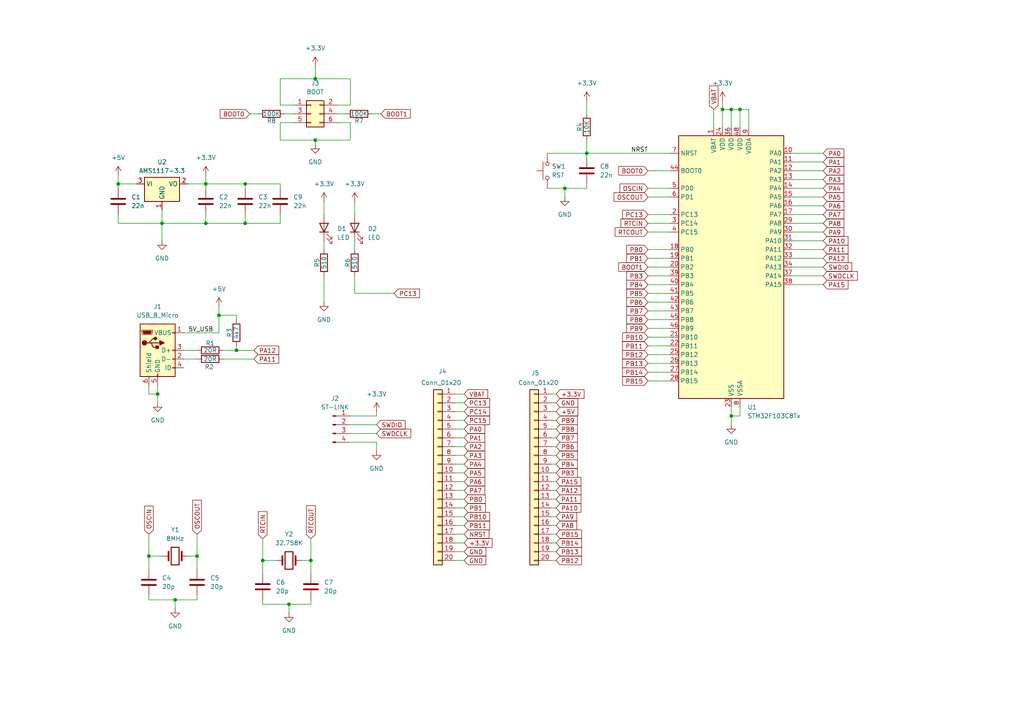
<source format=kicad_sch>
(kicad_sch (version 20250114) (generator "eeschema") (generator_version "9.0")
  (paper "A4")
  (lib_symbols
    (symbol "Connector:Conn_01x04_Pin" (pin_names (offset 1.016) (hide yes))
      (property "Reference" "J" (at 0 5.08 0))
      (property "Value" "Conn_01x04_Pin" (at 0 -7.62 0))
      (symbol "Conn_01x04_Pin_1_1"
        (rectangle (start 0.8636 2.667) (end 0 2.413) (stroke (width 0.1524)) (fill (type outline)))
        (rectangle (start 0.8636 0.127) (end 0 -0.127) (stroke (width 0.1524)) (fill (type outline)))
        (rectangle (start 0.8636 -2.413) (end 0 -2.667) (stroke (width 0.1524)) (fill (type outline)))
        (rectangle (start 0.8636 -4.953) (end 0 -5.207) (stroke (width 0.1524)) (fill (type outline)))
        (polyline (pts (xy 1.27 2.54) (xy 0.8636 2.54)) (stroke (width 0.1524)))
        (polyline (pts (xy 1.27 0) (xy 0.8636 0)) (stroke (width 0.1524)))
        (polyline (pts (xy 1.27 -2.54) (xy 0.8636 -2.54)) (stroke (width 0.1524)))
        (polyline (pts (xy 1.27 -5.08) (xy 0.8636 -5.08)) (stroke (width 0.1524)))
        (pin passive line (at 5.08 2.54 180) (length 3.81) (name "Pin_1") (number "1"))
        (pin passive line (at 5.08 0 180) (length 3.81) (name "Pin_2") (number "2"))
        (pin passive line (at 5.08 -2.54 180) (length 3.81) (name "Pin_3") (number "3"))
        (pin passive line (at 5.08 -5.08 180) (length 3.81) (name "Pin_4") (number "4"))
      )
    )
    (symbol "Connector:USB_B_Micro" (pin_names (offset 1.016))
      (property "Reference" "J" (at -5.08 11.43 0))
      (property "Value" "USB_B_Micro" (at -5.08 8.89 0))
      (symbol "USB_B_Micro_0_1"
        (rectangle (start -5.08 -7.62) (end 5.08 7.62) (stroke (width 0.254)) (fill (type background)))
        (polyline (pts (xy -4.699 5.842) (xy -4.699 5.588) (xy -4.445 4.826) (xy -4.445 4.572) (xy -1.651 4.572) (xy -1.651 4.826) (xy -1.397 5.588) (xy -1.397 5.842) (xy -4.699 5.842)))
        (polyline (pts (xy -4.318 5.588) (xy -1.778 5.588) (xy -2.032 4.826) (xy -4.064 4.826) (xy -4.318 5.588)) (fill (type outline)))
        (circle (center -3.81 2.159) (radius 0.635) (stroke (width 0.254)) (fill (type outline)))
        (polyline (pts (xy -3.175 2.159) (xy -2.54 2.159) (xy -1.27 3.429) (xy -0.635 3.429)) (stroke (width 0.254)))
        (polyline (pts (xy -2.54 2.159) (xy -1.905 2.159) (xy -1.27 0.889) (xy 0 0.889)) (stroke (width 0.254)))
        (polyline (pts (xy -1.905 2.159) (xy 0.635 2.159)) (stroke (width 0.254)))
        (circle (center -0.635 3.429) (radius 0.381) (stroke (width 0.254)) (fill (type outline)))
        (rectangle (start -0.127 -7.62) (end 0.127 -6.858))
        (rectangle (start 0.254 1.27) (end -0.508 0.508) (stroke (width 0.254)) (fill (type outline)))
        (polyline (pts (xy 0.635 2.794) (xy 0.635 1.524) (xy 1.905 2.159) (xy 0.635 2.794)) (stroke (width 0.254)) (fill (type outline)))
        (rectangle (start 5.08 4.953) (end 4.318 5.207))
        (rectangle (start 5.08 -0.127) (end 4.318 0.127))
        (rectangle (start 5.08 -2.667) (end 4.318 -2.413))
        (rectangle (start 5.08 -5.207) (end 4.318 -4.953))
      )
      (symbol "USB_B_Micro_1_1"
        (pin passive line (at -2.54 -10.16 90) (length 2.54) (name "Shield") (number "6"))
        (pin power_out line (at 0 -10.16 90) (length 2.54) (name "GND") (number "5"))
        (pin power_out line (at 7.62 5.08 180) (length 2.54) (name "VBUS") (number "1"))
        (pin bidirectional line (at 7.62 0 180) (length 2.54) (name "D+") (number "3"))
        (pin bidirectional line (at 7.62 -2.54 180) (length 2.54) (name "D-") (number "2"))
        (pin passive line (at 7.62 -5.08 180) (length 2.54) (name "ID") (number "4"))
      )
    )
    (symbol "Connector_Generic:Conn_01x20" (pin_names (offset 1.016) (hide yes))
      (property "Reference" "J" (at 0 25.4 0))
      (property "Value" "Conn_01x20" (at 0 -27.94 0))
      (symbol "Conn_01x20_1_1"
        (rectangle (start -1.27 24.13) (end 1.27 -26.67) (stroke (width 0.254)) (fill (type background)))
        (rectangle (start -1.27 22.987) (end 0 22.733) (stroke (width 0.1524)))
        (rectangle (start -1.27 20.447) (end 0 20.193) (stroke (width 0.1524)))
        (rectangle (start -1.27 17.907) (end 0 17.653) (stroke (width 0.1524)))
        (rectangle (start -1.27 15.367) (end 0 15.113) (stroke (width 0.1524)))
        (rectangle (start -1.27 12.827) (end 0 12.573) (stroke (width 0.1524)))
        (rectangle (start -1.27 10.287) (end 0 10.033) (stroke (width 0.1524)))
        (rectangle (start -1.27 7.747) (end 0 7.493) (stroke (width 0.1524)))
        (rectangle (start -1.27 5.207) (end 0 4.953) (stroke (width 0.1524)))
        (rectangle (start -1.27 2.667) (end 0 2.413) (stroke (width 0.1524)))
        (rectangle (start -1.27 0.127) (end 0 -0.127) (stroke (width 0.1524)))
        (rectangle (start -1.27 -2.413) (end 0 -2.667) (stroke (width 0.1524)))
        (rectangle (start -1.27 -4.953) (end 0 -5.207) (stroke (width 0.1524)))
        (rectangle (start -1.27 -7.493) (end 0 -7.747) (stroke (width 0.1524)))
        (rectangle (start -1.27 -10.033) (end 0 -10.287) (stroke (width 0.1524)))
        (rectangle (start -1.27 -12.573) (end 0 -12.827) (stroke (width 0.1524)))
        (rectangle (start -1.27 -15.113) (end 0 -15.367) (stroke (width 0.1524)))
        (rectangle (start -1.27 -17.653) (end 0 -17.907) (stroke (width 0.1524)))
        (rectangle (start -1.27 -20.193) (end 0 -20.447) (stroke (width 0.1524)))
        (rectangle (start -1.27 -22.733) (end 0 -22.987) (stroke (width 0.1524)))
        (rectangle (start -1.27 -25.273) (end 0 -25.527) (stroke (width 0.1524)))
        (pin passive line (at -5.08 22.86 0) (length 3.81) (name "Pin_1") (number "1"))
        (pin passive line (at -5.08 20.32 0) (length 3.81) (name "Pin_2") (number "2"))
        (pin passive line (at -5.08 17.78 0) (length 3.81) (name "Pin_3") (number "3"))
        (pin passive line (at -5.08 15.24 0) (length 3.81) (name "Pin_4") (number "4"))
        (pin passive line (at -5.08 12.7 0) (length 3.81) (name "Pin_5") (number "5"))
        (pin passive line (at -5.08 10.16 0) (length 3.81) (name "Pin_6") (number "6"))
        (pin passive line (at -5.08 7.62 0) (length 3.81) (name "Pin_7") (number "7"))
        (pin passive line (at -5.08 5.08 0) (length 3.81) (name "Pin_8") (number "8"))
        (pin passive line (at -5.08 2.54 0) (length 3.81) (name "Pin_9") (number "9"))
        (pin passive line (at -5.08 0 0) (length 3.81) (name "Pin_10") (number "10"))
        (pin passive line (at -5.08 -2.54 0) (length 3.81) (name "Pin_11") (number "11"))
        (pin passive line (at -5.08 -5.08 0) (length 3.81) (name "Pin_12") (number "12"))
        (pin passive line (at -5.08 -7.62 0) (length 3.81) (name "Pin_13") (number "13"))
        (pin passive line (at -5.08 -10.16 0) (length 3.81) (name "Pin_14") (number "14"))
        (pin passive line (at -5.08 -12.7 0) (length 3.81) (name "Pin_15") (number "15"))
        (pin passive line (at -5.08 -15.24 0) (length 3.81) (name "Pin_16") (number "16"))
        (pin passive line (at -5.08 -17.78 0) (length 3.81) (name "Pin_17") (number "17"))
        (pin passive line (at -5.08 -20.32 0) (length 3.81) (name "Pin_18") (number "18"))
        (pin passive line (at -5.08 -22.86 0) (length 3.81) (name "Pin_19") (number "19"))
        (pin passive line (at -5.08 -25.4 0) (length 3.81) (name "Pin_20") (number "20"))
      )
    )
    (symbol "Connector_Generic:Conn_02x03_Odd_Even" (pin_names (offset 1.016) (hide yes))
      (property "Reference" "J" (at 1.27 5.08 0))
      (property "Value" "Conn_02x03_Odd_Even" (at 1.27 -5.08 0))
      (symbol "Conn_02x03_Odd_Even_1_1"
        (rectangle (start -1.27 3.81) (end 3.81 -3.81) (stroke (width 0.254)) (fill (type background)))
        (rectangle (start -1.27 2.667) (end 0 2.413) (stroke (width 0.1524)))
        (rectangle (start -1.27 0.127) (end 0 -0.127) (stroke (width 0.1524)))
        (rectangle (start -1.27 -2.413) (end 0 -2.667) (stroke (width 0.1524)))
        (rectangle (start 3.81 2.667) (end 2.54 2.413) (stroke (width 0.1524)))
        (rectangle (start 3.81 0.127) (end 2.54 -0.127) (stroke (width 0.1524)))
        (rectangle (start 3.81 -2.413) (end 2.54 -2.667) (stroke (width 0.1524)))
        (pin passive line (at -5.08 2.54 0) (length 3.81) (name "Pin_1") (number "1"))
        (pin passive line (at -5.08 0 0) (length 3.81) (name "Pin_3") (number "3"))
        (pin passive line (at -5.08 -2.54 0) (length 3.81) (name "Pin_5") (number "5"))
        (pin passive line (at 7.62 2.54 180) (length 3.81) (name "Pin_2") (number "2"))
        (pin passive line (at 7.62 0 180) (length 3.81) (name "Pin_4") (number "4"))
        (pin passive line (at 7.62 -2.54 180) (length 3.81) (name "Pin_6") (number "6"))
      )
    )
    (symbol "Device:C" (pin_numbers (hide yes)) (pin_names (offset 0.254))
      (property "Reference" "C" (at 0.635 2.54 0))
      (property "Value" "C" (at 0.635 -2.54 0))
      (symbol "C_0_1"
        (polyline (pts (xy -2.032 0.762) (xy 2.032 0.762)) (stroke (width 0.508)))
        (polyline (pts (xy -2.032 -0.762) (xy 2.032 -0.762)) (stroke (width 0.508)))
      )
      (symbol "C_1_1"
        (pin passive line (at 0 3.81 270) (length 2.794) (name "~") (number "1"))
        (pin passive line (at 0 -3.81 90) (length 2.794) (name "~") (number "2"))
      )
    )
    (symbol "Device:Crystal" (pin_numbers (hide yes)) (pin_names (offset 1.016) (hide yes))
      (property "Reference" "Y" (at 0 3.81 0))
      (property "Value" "Crystal" (at 0 -3.81 0))
      (symbol "Crystal_0_1"
        (polyline (pts (xy -2.54 0) (xy -1.905 0)))
        (polyline (pts (xy -1.905 -1.27) (xy -1.905 1.27)) (stroke (width 0.508)))
        (rectangle (start -1.143 2.54) (end 1.143 -2.54) (stroke (width 0.3048)))
        (polyline (pts (xy 1.905 -1.27) (xy 1.905 1.27)) (stroke (width 0.508)))
        (polyline (pts (xy 2.54 0) (xy 1.905 0)))
      )
      (symbol "Crystal_1_1"
        (pin passive line (at -3.81 0 0) (length 1.27) (name "1") (number "1"))
        (pin passive line (at 3.81 0 180) (length 1.27) (name "2") (number "2"))
      )
    )
    (symbol "Device:LED" (pin_numbers (hide yes)) (pin_names (offset 1.016) (hide yes))
      (property "Reference" "D" (at 0 2.54 0))
      (property "Value" "LED" (at 0 -2.54 0))
      (symbol "LED_0_1"
        (polyline (pts (xy -3.048 -0.762) (xy -4.572 -2.286) (xy -3.81 -2.286) (xy -4.572 -2.286) (xy -4.572 -1.524)))
        (polyline (pts (xy -1.778 -0.762) (xy -3.302 -2.286) (xy -2.54 -2.286) (xy -3.302 -2.286) (xy -3.302 -1.524)))
        (polyline (pts (xy -1.27 0) (xy 1.27 0)))
        (polyline (pts (xy -1.27 -1.27) (xy -1.27 1.27)) (stroke (width 0.254)))
        (polyline (pts (xy 1.27 -1.27) (xy 1.27 1.27) (xy -1.27 0) (xy 1.27 -1.27)) (stroke (width 0.254)))
      )
      (symbol "LED_1_1"
        (pin passive line (at -3.81 0 0) (length 2.54) (name "K") (number "1"))
        (pin passive line (at 3.81 0 180) (length 2.54) (name "A") (number "2"))
      )
    )
    (symbol "Device:R" (pin_numbers (hide yes)) (pin_names (offset 0))
      (property "Reference" "R" (at 2.032 0 90))
      (property "Value" "R" (at 0 0 90))
      (symbol "R_0_1"
        (rectangle (start -1.016 -2.54) (end 1.016 2.54) (stroke (width 0.254)))
      )
      (symbol "R_1_1"
        (pin passive line (at 0 3.81 270) (length 1.27) (name "~") (number "1"))
        (pin passive line (at 0 -3.81 90) (length 1.27) (name "~") (number "2"))
      )
    )
    (symbol "MCU_ST_STM32F1:STM32F103C8Tx"
      (property "Reference" "U" (at -15.24 39.37 0))
      (property "Value" "STM32F103C8Tx" (at 7.62 39.37 0))
      (symbol "STM32F103C8Tx_0_1"
        (rectangle (start -15.24 -38.1) (end 15.24 38.1) (stroke (width 0.254)) (fill (type background)))
      )
      (symbol "STM32F103C8Tx_1_1"
        (pin input line (at -17.78 33.02 0) (length 2.54) (name "NRST") (number "7"))
        (pin input line (at -17.78 27.94 0) (length 2.54) (name "BOOT0") (number "44"))
        (pin bidirectional line (at -17.78 22.86 0) (length 2.54) (name "PD0") (number "5"))
        (pin bidirectional line (at -17.78 20.32 0) (length 2.54) (name "PD1") (number "6"))
        (pin bidirectional line (at -17.78 15.24 0) (length 2.54) (name "PC13") (number "2"))
        (pin bidirectional line (at -17.78 12.7 0) (length 2.54) (name "PC14") (number "3"))
        (pin bidirectional line (at -17.78 10.16 0) (length 2.54) (name "PC15") (number "4"))
        (pin bidirectional line (at -17.78 5.08 0) (length 2.54) (name "PB0") (number "18"))
        (pin bidirectional line (at -17.78 2.54 0) (length 2.54) (name "PB1") (number "19"))
        (pin bidirectional line (at -17.78 0 0) (length 2.54) (name "PB2") (number "20"))
        (pin bidirectional line (at -17.78 -2.54 0) (length 2.54) (name "PB3") (number "39"))
        (pin bidirectional line (at -17.78 -5.08 0) (length 2.54) (name "PB4") (number "40"))
        (pin bidirectional line (at -17.78 -7.62 0) (length 2.54) (name "PB5") (number "41"))
        (pin bidirectional line (at -17.78 -10.16 0) (length 2.54) (name "PB6") (number "42"))
        (pin bidirectional line (at -17.78 -12.7 0) (length 2.54) (name "PB7") (number "43"))
        (pin bidirectional line (at -17.78 -15.24 0) (length 2.54) (name "PB8") (number "45"))
        (pin bidirectional line (at -17.78 -17.78 0) (length 2.54) (name "PB9") (number "46"))
        (pin bidirectional line (at -17.78 -20.32 0) (length 2.54) (name "PB10") (number "21"))
        (pin bidirectional line (at -17.78 -22.86 0) (length 2.54) (name "PB11") (number "22"))
        (pin bidirectional line (at -17.78 -25.4 0) (length 2.54) (name "PB12") (number "25"))
        (pin bidirectional line (at -17.78 -27.94 0) (length 2.54) (name "PB13") (number "26"))
        (pin bidirectional line (at -17.78 -30.48 0) (length 2.54) (name "PB14") (number "27"))
        (pin bidirectional line (at -17.78 -33.02 0) (length 2.54) (name "PB15") (number "28"))
        (pin power_in line (at -5.08 40.64 270) (length 2.54) (name "VBAT") (number "1"))
        (pin power_in line (at -2.54 40.64 270) (length 2.54) (name "VDD") (number "24"))
        (pin power_in line (at 0 40.64 270) (length 2.54) (name "VDD") (number "36"))
        (pin power_in line (at 0 -40.64 90) (length 2.54) (name "VSS") (number "23"))
        (pin passive line (at 0 -40.64 90) (length 2.54) (hide yes) (name "VSS") (number "35"))
        (pin passive line (at 0 -40.64 90) (length 2.54) (hide yes) (name "VSS") (number "47"))
        (pin power_in line (at 2.54 40.64 270) (length 2.54) (name "VDD") (number "48"))
        (pin power_in line (at 2.54 -40.64 90) (length 2.54) (name "VSSA") (number "8"))
        (pin power_in line (at 5.08 40.64 270) (length 2.54) (name "VDDA") (number "9"))
        (pin bidirectional line (at 17.78 33.02 180) (length 2.54) (name "PA0") (number "10"))
        (pin bidirectional line (at 17.78 30.48 180) (length 2.54) (name "PA1") (number "11"))
        (pin bidirectional line (at 17.78 27.94 180) (length 2.54) (name "PA2") (number "12"))
        (pin bidirectional line (at 17.78 25.4 180) (length 2.54) (name "PA3") (number "13"))
        (pin bidirectional line (at 17.78 22.86 180) (length 2.54) (name "PA4") (number "14"))
        (pin bidirectional line (at 17.78 20.32 180) (length 2.54) (name "PA5") (number "15"))
        (pin bidirectional line (at 17.78 17.78 180) (length 2.54) (name "PA6") (number "16"))
        (pin bidirectional line (at 17.78 15.24 180) (length 2.54) (name "PA7") (number "17"))
        (pin bidirectional line (at 17.78 12.7 180) (length 2.54) (name "PA8") (number "29"))
        (pin bidirectional line (at 17.78 10.16 180) (length 2.54) (name "PA9") (number "30"))
        (pin bidirectional line (at 17.78 7.62 180) (length 2.54) (name "PA10") (number "31"))
        (pin bidirectional line (at 17.78 5.08 180) (length 2.54) (name "PA11") (number "32"))
        (pin bidirectional line (at 17.78 2.54 180) (length 2.54) (name "PA12") (number "33"))
        (pin bidirectional line (at 17.78 0 180) (length 2.54) (name "PA13") (number "34"))
        (pin bidirectional line (at 17.78 -2.54 180) (length 2.54) (name "PA14") (number "37"))
        (pin bidirectional line (at 17.78 -5.08 180) (length 2.54) (name "PA15") (number "38"))
      )
    )
    (symbol "Regulator_Linear:AMS1117-3.3"
      (property "Reference" "U" (at -3.81 3.175 0))
      (property "Value" "AMS1117-3.3" (at 0 3.175 0))
      (symbol "AMS1117-3.3_0_1"
        (rectangle (start -5.08 -5.08) (end 5.08 1.905) (stroke (width 0.254)) (fill (type background)))
      )
      (symbol "AMS1117-3.3_1_1"
        (pin power_in line (at -7.62 0 0) (length 2.54) (name "VI") (number "3"))
        (pin power_in line (at 0 -7.62 90) (length 2.54) (name "GND") (number "1"))
        (pin power_out line (at 7.62 0 180) (length 2.54) (name "VO") (number "2"))
      )
    )
    (symbol "Switch:SW_Push" (pin_numbers (hide yes)) (pin_names (offset 1.016) (hide yes))
      (property "Reference" "SW" (at 1.27 2.54 0))
      (property "Value" "SW_Push" (at 0 -1.524 0))
      (symbol "SW_Push_0_1"
        (circle (center -2.032 0) (radius 0.508))
        (polyline (pts (xy 0 1.27) (xy 0 3.048)))
        (circle (center 2.032 0) (radius 0.508))
        (polyline (pts (xy 2.54 1.27) (xy -2.54 1.27)))
        (pin passive line (at -5.08 0 0) (length 2.54) (name "1") (number "1"))
        (pin passive line (at 5.08 0 180) (length 2.54) (name "2") (number "2"))
      )
    )
    (symbol "power:+3.3V" (power) (pin_numbers (hide yes)) (pin_names (offset 0) (hide yes))
      (property "Value" "+3.3V" (at 0 3.556 0))
      (symbol "+3.3V_0_1"
        (polyline (pts (xy -0.762 1.27) (xy 0 2.54)))
        (polyline (pts (xy 0 2.54) (xy 0.762 1.27)))
        (polyline (pts (xy 0 0) (xy 0 2.54)))
      )
      (symbol "+3.3V_1_1"
        (pin power_in line (at 0 0 90) (length 0) (name "~") (number "1"))
      )
    )
    (symbol "power:+5V" (power) (pin_numbers (hide yes)) (pin_names (offset 0) (hide yes))
      (property "Value" "+5V" (at 0 3.556 0))
      (symbol "+5V_0_1"
        (polyline (pts (xy -0.762 1.27) (xy 0 2.54)))
        (polyline (pts (xy 0 2.54) (xy 0.762 1.27)))
        (polyline (pts (xy 0 0) (xy 0 2.54)))
      )
      (symbol "+5V_1_1"
        (pin power_in line (at 0 0 90) (length 0) (name "~") (number "1"))
      )
    )
    (symbol "power:GND" (power) (pin_numbers (hide yes)) (pin_names (offset 0) (hide yes))
      (property "Value" "GND" (at 0 -3.81 0))
      (symbol "GND_0_1"
        (polyline (pts (xy 0 0) (xy 0 -1.27) (xy 1.27 -1.27) (xy 0 -2.54) (xy -1.27 -1.27) (xy 0 -1.27)))
      )
      (symbol "GND_1_1"
        (pin power_in line (at 0 0 270) (length 0) (name "~") (number "1"))
      )
    )
  )
  (junction (at 71.12 53.34))
  (junction (at 170.18 44.45))
  (junction (at 76.2 162.56))
  (junction (at 68.58 101.6))
  (junction (at 63.5 91.44))
  (junction (at 57.15 161.29))
  (junction (at 90.17 162.56))
  (junction (at 212.09 120.65))
  (junction (at 59.69 53.34))
  (junction (at 91.44 22.86))
  (junction (at 34.29 53.34))
  (junction (at 214.63 31.75))
  (junction (at 209.55 31.75))
  (junction (at 91.44 40.64))
  (junction (at 83.82 175.26))
  (junction (at 212.09 31.75))
  (junction (at 163.83 54.61))
  (junction (at 46.99 64.77))
  (junction (at 71.12 64.77))
  (junction (at 59.69 64.77))
  (junction (at 50.8 173.99))
  (junction (at 43.18 161.29))
  (junction (at 45.72 114.3))
  (wire (pts (xy 68.58 101.6) (xy 64.77 101.6)))
  (wire (pts (xy 34.29 64.77) (xy 46.99 64.77)))
  (wire (pts (xy 71.12 53.34) (xy 59.69 53.34)))
  (wire (pts (xy 212.09 120.65) (xy 212.09 123.19)))
  (wire (pts (xy 187.96 57.15) (xy 194.31 57.15)))
  (wire (pts (xy 53.34 96.52) (xy 63.5 96.52)))
  (wire (pts (xy 160.02 144.78) (xy 161.29 144.78)))
  (wire (pts (xy 158.75 44.45) (xy 170.18 44.45)))
  (wire (pts (xy 101.6 30.48) (xy 101.6 22.86)))
  (wire (pts (xy 160.02 124.46) (xy 161.29 124.46)))
  (wire (pts (xy 93.98 69.85) (xy 93.98 72.39)))
  (wire (pts (xy 132.08 162.56) (xy 134.62 162.56)))
  (wire (pts (xy 90.17 175.26) (xy 83.82 175.26)))
  (wire (pts (xy 229.87 52.07) (xy 238.76 52.07)))
  (wire (pts (xy 212.09 31.75) (xy 212.09 36.83)))
  (wire (pts (xy 229.87 44.45) (xy 238.76 44.45)))
  (wire (pts (xy 187.96 95.25) (xy 194.31 95.25)))
  (wire (pts (xy 229.87 77.47) (xy 238.76 77.47)))
  (wire (pts (xy 187.96 87.63) (xy 194.31 87.63)))
  (wire (pts (xy 132.08 149.86) (xy 134.62 149.86)))
  (wire (pts (xy 90.17 173.99) (xy 90.17 175.26)))
  (wire (pts (xy 43.18 161.29) (xy 46.99 161.29)))
  (wire (pts (xy 229.87 54.61) (xy 238.76 54.61)))
  (wire (pts (xy 160.02 132.08) (xy 161.29 132.08)))
  (wire (pts (xy 170.18 29.21) (xy 170.18 33.02)))
  (wire (pts (xy 97.79 30.48) (xy 101.6 30.48)))
  (wire (pts (xy 158.75 54.61) (xy 163.83 54.61)))
  (wire (pts (xy 90.17 166.37) (xy 90.17 162.56)))
  (wire (pts (xy 160.02 137.16) (xy 161.29 137.16)))
  (wire (pts (xy 102.87 85.09) (xy 114.3 85.09)))
  (wire (pts (xy 160.02 134.62) (xy 161.29 134.62)))
  (wire (pts (xy 187.96 85.09) (xy 194.31 85.09)))
  (wire (pts (xy 57.15 165.1) (xy 57.15 161.29)))
  (wire (pts (xy 132.08 137.16) (xy 134.62 137.16)))
  (wire (pts (xy 214.63 31.75) (xy 214.63 36.83)))
  (wire (pts (xy 43.18 154.94) (xy 43.18 161.29)))
  (wire (pts (xy 68.58 100.33) (xy 68.58 101.6)))
  (wire (pts (xy 109.22 128.27) (xy 101.6 128.27)))
  (wire (pts (xy 160.02 147.32) (xy 161.29 147.32)))
  (wire (pts (xy 59.69 53.34) (xy 59.69 54.61)))
  (wire (pts (xy 217.17 31.75) (xy 217.17 36.83)))
  (wire (pts (xy 50.8 173.99) (xy 43.18 173.99)))
  (wire (pts (xy 57.15 154.94) (xy 57.15 161.29)))
  (wire (pts (xy 229.87 62.23) (xy 238.76 62.23)))
  (wire (pts (xy 43.18 173.99) (xy 43.18 172.72)))
  (wire (pts (xy 160.02 119.38) (xy 161.29 119.38)))
  (wire (pts (xy 229.87 49.53) (xy 238.76 49.53)))
  (wire (pts (xy 187.96 100.33) (xy 194.31 100.33)))
  (wire (pts (xy 59.69 62.23) (xy 59.69 64.77)))
  (wire (pts (xy 132.08 119.38) (xy 134.62 119.38)))
  (wire (pts (xy 68.58 91.44) (xy 63.5 91.44)))
  (wire (pts (xy 160.02 154.94) (xy 161.29 154.94)))
  (wire (pts (xy 43.18 111.76) (xy 43.18 114.3)))
  (wire (pts (xy 132.08 129.54) (xy 134.62 129.54)))
  (wire (pts (xy 132.08 124.46) (xy 134.62 124.46)))
  (wire (pts (xy 207.01 31.75) (xy 207.01 36.83)))
  (wire (pts (xy 187.96 62.23) (xy 194.31 62.23)))
  (wire (pts (xy 160.02 116.84) (xy 161.29 116.84)))
  (wire (pts (xy 71.12 53.34) (xy 81.28 53.34)))
  (wire (pts (xy 57.15 161.29) (xy 54.61 161.29)))
  (wire (pts (xy 187.96 97.79) (xy 194.31 97.79)))
  (wire (pts (xy 187.96 110.49) (xy 194.31 110.49)))
  (wire (pts (xy 160.02 142.24) (xy 161.29 142.24)))
  (wire (pts (xy 53.34 104.14) (xy 57.15 104.14)))
  (wire (pts (xy 97.79 35.56) (xy 101.6 35.56)))
  (wire (pts (xy 109.22 130.81) (xy 109.22 128.27)))
  (wire (pts (xy 83.82 175.26) (xy 83.82 177.8)))
  (wire (pts (xy 72.39 33.02) (xy 74.93 33.02)))
  (wire (pts (xy 194.31 44.45) (xy 170.18 44.45)))
  (wire (pts (xy 63.5 91.44) (xy 63.5 96.52)))
  (wire (pts (xy 64.77 104.14) (xy 73.66 104.14)))
  (wire (pts (xy 229.87 67.31) (xy 238.76 67.31)))
  (wire (pts (xy 39.37 53.34) (xy 34.29 53.34)))
  (wire (pts (xy 187.96 102.87) (xy 194.31 102.87)))
  (wire (pts (xy 214.63 31.75) (xy 217.17 31.75)))
  (wire (pts (xy 187.96 105.41) (xy 194.31 105.41)))
  (wire (pts (xy 101.6 40.64) (xy 91.44 40.64)))
  (wire (pts (xy 71.12 54.61) (xy 71.12 53.34)))
  (wire (pts (xy 101.6 123.19) (xy 109.22 123.19)))
  (wire (pts (xy 71.12 62.23) (xy 71.12 64.77)))
  (wire (pts (xy 93.98 80.01) (xy 93.98 87.63)))
  (wire (pts (xy 187.96 107.95) (xy 194.31 107.95)))
  (wire (pts (xy 160.02 129.54) (xy 161.29 129.54)))
  (wire (pts (xy 46.99 64.77) (xy 46.99 60.96)))
  (wire (pts (xy 82.55 33.02) (xy 85.09 33.02)))
  (wire (pts (xy 101.6 120.65) (xy 109.22 120.65)))
  (wire (pts (xy 90.17 162.56) (xy 87.63 162.56)))
  (wire (pts (xy 187.96 67.31) (xy 194.31 67.31)))
  (wire (pts (xy 76.2 175.26) (xy 76.2 173.99)))
  (wire (pts (xy 91.44 22.86) (xy 81.28 22.86)))
  (wire (pts (xy 53.34 101.6) (xy 57.15 101.6)))
  (wire (pts (xy 160.02 152.4) (xy 161.29 152.4)))
  (wire (pts (xy 71.12 64.77) (xy 81.28 64.77)))
  (wire (pts (xy 132.08 152.4) (xy 134.62 152.4)))
  (wire (pts (xy 102.87 69.85) (xy 102.87 72.39)))
  (wire (pts (xy 187.96 49.53) (xy 194.31 49.53)))
  (wire (pts (xy 229.87 46.99) (xy 238.76 46.99)))
  (wire (pts (xy 59.69 50.8) (xy 59.69 53.34)))
  (wire (pts (xy 160.02 127) (xy 161.29 127)))
  (wire (pts (xy 209.55 36.83) (xy 209.55 31.75)))
  (wire (pts (xy 102.87 58.42) (xy 102.87 62.23)))
  (wire (pts (xy 34.29 62.23) (xy 34.29 64.77)))
  (wire (pts (xy 81.28 62.23) (xy 81.28 64.77)))
  (wire (pts (xy 91.44 40.64) (xy 91.44 41.91)))
  (wire (pts (xy 187.96 77.47) (xy 194.31 77.47)))
  (wire (pts (xy 68.58 92.71) (xy 68.58 91.44)))
  (wire (pts (xy 97.79 33.02) (xy 100.33 33.02)))
  (wire (pts (xy 132.08 127) (xy 134.62 127)))
  (wire (pts (xy 229.87 69.85) (xy 238.76 69.85)))
  (wire (pts (xy 170.18 44.45) (xy 170.18 40.64)))
  (wire (pts (xy 214.63 120.65) (xy 212.09 120.65)))
  (wire (pts (xy 46.99 69.85) (xy 46.99 64.77)))
  (wire (pts (xy 229.87 82.55) (xy 238.76 82.55)))
  (wire (pts (xy 229.87 74.93) (xy 238.76 74.93)))
  (wire (pts (xy 132.08 147.32) (xy 134.62 147.32)))
  (wire (pts (xy 71.12 64.77) (xy 59.69 64.77)))
  (wire (pts (xy 50.8 173.99) (xy 50.8 176.53)))
  (wire (pts (xy 132.08 160.02) (xy 134.62 160.02)))
  (wire (pts (xy 214.63 118.11) (xy 214.63 120.65)))
  (wire (pts (xy 107.95 33.02) (xy 110.49 33.02)))
  (wire (pts (xy 54.61 53.34) (xy 59.69 53.34)))
  (wire (pts (xy 101.6 125.73) (xy 109.22 125.73)))
  (wire (pts (xy 91.44 19.05) (xy 91.44 22.86)))
  (wire (pts (xy 209.55 29.21) (xy 209.55 31.75)))
  (wire (pts (xy 76.2 166.37) (xy 76.2 162.56)))
  (wire (pts (xy 212.09 31.75) (xy 214.63 31.75)))
  (wire (pts (xy 68.58 101.6) (xy 73.66 101.6)))
  (wire (pts (xy 160.02 162.56) (xy 161.29 162.56)))
  (wire (pts (xy 187.96 80.01) (xy 194.31 80.01)))
  (wire (pts (xy 132.08 144.78) (xy 134.62 144.78)))
  (wire (pts (xy 132.08 142.24) (xy 134.62 142.24)))
  (wire (pts (xy 101.6 35.56) (xy 101.6 40.64)))
  (wire (pts (xy 229.87 64.77) (xy 238.76 64.77)))
  (wire (pts (xy 160.02 160.02) (xy 161.29 160.02)))
  (wire (pts (xy 229.87 57.15) (xy 238.76 57.15)))
  (wire (pts (xy 209.55 31.75) (xy 212.09 31.75)))
  (wire (pts (xy 187.96 92.71) (xy 194.31 92.71)))
  (wire (pts (xy 229.87 59.69) (xy 238.76 59.69)))
  (wire (pts (xy 34.29 53.34) (xy 34.29 54.61)))
  (wire (pts (xy 46.99 64.77) (xy 59.69 64.77)))
  (wire (pts (xy 229.87 80.01) (xy 238.76 80.01)))
  (wire (pts (xy 76.2 156.21) (xy 76.2 162.56)))
  (wire (pts (xy 101.6 22.86) (xy 91.44 22.86)))
  (wire (pts (xy 81.28 35.56) (xy 85.09 35.56)))
  (wire (pts (xy 132.08 139.7) (xy 134.62 139.7)))
  (wire (pts (xy 57.15 172.72) (xy 57.15 173.99)))
  (wire (pts (xy 45.72 114.3) (xy 45.72 116.84)))
  (wire (pts (xy 187.96 90.17) (xy 194.31 90.17)))
  (wire (pts (xy 170.18 44.45) (xy 170.18 45.72)))
  (wire (pts (xy 34.29 50.8) (xy 34.29 53.34)))
  (wire (pts (xy 90.17 156.21) (xy 90.17 162.56)))
  (wire (pts (xy 160.02 149.86) (xy 161.29 149.86)))
  (wire (pts (xy 160.02 114.3) (xy 161.29 114.3)))
  (wire (pts (xy 81.28 22.86) (xy 81.28 30.48)))
  (wire (pts (xy 109.22 119.38) (xy 109.22 120.65)))
  (wire (pts (xy 132.08 121.92) (xy 134.62 121.92)))
  (wire (pts (xy 132.08 134.62) (xy 134.62 134.62)))
  (wire (pts (xy 132.08 154.94) (xy 134.62 154.94)))
  (wire (pts (xy 91.44 40.64) (xy 81.28 40.64)))
  (wire (pts (xy 132.08 116.84) (xy 134.62 116.84)))
  (wire (pts (xy 102.87 80.01) (xy 102.87 85.09)))
  (wire (pts (xy 83.82 175.26) (xy 76.2 175.26)))
  (wire (pts (xy 187.96 82.55) (xy 194.31 82.55)))
  (wire (pts (xy 187.96 72.39) (xy 194.31 72.39)))
  (wire (pts (xy 81.28 40.64) (xy 81.28 35.56)))
  (wire (pts (xy 81.28 54.61) (xy 81.28 53.34)))
  (wire (pts (xy 160.02 157.48) (xy 161.29 157.48)))
  (wire (pts (xy 163.83 54.61) (xy 163.83 57.15)))
  (wire (pts (xy 187.96 64.77) (xy 194.31 64.77)))
  (wire (pts (xy 81.28 30.48) (xy 85.09 30.48)))
  (wire (pts (xy 163.83 54.61) (xy 170.18 54.61)))
  (wire (pts (xy 43.18 114.3) (xy 45.72 114.3)))
  (wire (pts (xy 187.96 74.93) (xy 194.31 74.93)))
  (wire (pts (xy 229.87 72.39) (xy 238.76 72.39)))
  (wire (pts (xy 160.02 121.92) (xy 161.29 121.92)))
  (wire (pts (xy 170.18 54.61) (xy 170.18 53.34)))
  (wire (pts (xy 212.09 118.11) (xy 212.09 120.65)))
  (wire (pts (xy 76.2 162.56) (xy 80.01 162.56)))
  (wire (pts (xy 45.72 111.76) (xy 45.72 114.3)))
  (wire (pts (xy 187.96 54.61) (xy 194.31 54.61)))
  (wire (pts (xy 132.08 132.08) (xy 134.62 132.08)))
  (wire (pts (xy 43.18 165.1) (xy 43.18 161.29)))
  (wire (pts (xy 132.08 157.48) (xy 134.62 157.48)))
  (wire (pts (xy 160.02 139.7) (xy 161.29 139.7)))
  (wire (pts (xy 132.08 114.3) (xy 134.62 114.3)))
  (wire (pts (xy 57.15 173.99) (xy 50.8 173.99)))
  (wire (pts (xy 93.98 58.42) (xy 93.98 62.23)))
  (wire (pts (xy 63.5 88.9) (xy 63.5 91.44)))
  (label "5V_USB" (at 54.61 96.52 0))
  (label "NRST" (at 187.96 44.45 180))
  (global_label "PB4" (shape input) (at 161.29 134.62 0) (property "Intersheetrefs" "${INTERSHEET_REFS}" (effects (hide yes))))
  (global_label "PA1" (shape input) (at 238.76 46.99 0) (property "Intersheetrefs" "${INTERSHEET_REFS}" (effects (hide yes))))
  (global_label "PB12" (shape input) (at 161.29 162.56 0) (property "Intersheetrefs" "${INTERSHEET_REFS}" (effects (hide yes))))
  (global_label "PB0" (shape input) (at 187.96 72.39 180) (property "Intersheetrefs" "${INTERSHEET_REFS}" (effects (hide yes))))
  (global_label "+5V" (shape input) (at 161.29 119.38 0) (property "Intersheetrefs" "${INTERSHEET_REFS}" (effects (hide yes))))
  (global_label "SWDCLK" (shape input) (at 109.22 125.73 0) (property "Intersheetrefs" "${INTERSHEET_REFS}" (effects (hide yes))))
  (global_label "BOOT1" (shape input) (at 187.96 77.47 180) (property "Intersheetrefs" "${INTERSHEET_REFS}" (effects (hide yes))))
  (global_label "PA12" (shape input) (at 73.66 101.6 0) (property "Intersheetrefs" "${INTERSHEET_REFS}" (effects (hide yes))))
  (global_label "PA4" (shape input) (at 238.76 54.61 0) (property "Intersheetrefs" "${INTERSHEET_REFS}" (effects (hide yes))))
  (global_label "PA5" (shape input) (at 134.62 137.16 0) (property "Intersheetrefs" "${INTERSHEET_REFS}" (effects (hide yes))))
  (global_label "VBAT" (shape input) (at 134.62 114.3 0) (property "Intersheetrefs" "${INTERSHEET_REFS}" (effects (hide yes))))
  (global_label "PA5" (shape input) (at 238.76 57.15 0) (property "Intersheetrefs" "${INTERSHEET_REFS}" (effects (hide yes))))
  (global_label "PB11" (shape input) (at 187.96 100.33 180) (property "Intersheetrefs" "${INTERSHEET_REFS}" (effects (hide yes))))
  (global_label "BOOT1" (shape input) (at 110.49 33.02 0) (property "Intersheetrefs" "${INTERSHEET_REFS}" (effects (hide yes))))
  (global_label "PB0" (shape input) (at 134.62 144.78 0) (property "Intersheetrefs" "${INTERSHEET_REFS}" (effects (hide yes))))
  (global_label "PA9" (shape input) (at 238.76 67.31 0) (property "Intersheetrefs" "${INTERSHEET_REFS}" (effects (hide yes))))
  (global_label "PA1" (shape input) (at 134.62 127 0) (property "Intersheetrefs" "${INTERSHEET_REFS}" (effects (hide yes))))
  (global_label "PA3" (shape input) (at 238.76 52.07 0) (property "Intersheetrefs" "${INTERSHEET_REFS}" (effects (hide yes))))
  (global_label "PA7" (shape input) (at 134.62 142.24 0) (property "Intersheetrefs" "${INTERSHEET_REFS}" (effects (hide yes))))
  (global_label "+3.3V" (shape input) (at 134.62 157.48 0) (property "Intersheetrefs" "${INTERSHEET_REFS}" (effects (hide yes))))
  (global_label "PB13" (shape input) (at 187.96 105.41 180) (property "Intersheetrefs" "${INTERSHEET_REFS}" (effects (hide yes))))
  (global_label "PB3" (shape input) (at 187.96 80.01 180) (property "Intersheetrefs" "${INTERSHEET_REFS}" (effects (hide yes))))
  (global_label "OSCIN" (shape input) (at 43.18 154.94 90) (property "Intersheetrefs" "${INTERSHEET_REFS}" (effects (hide yes))))
  (global_label "GND" (shape input) (at 161.29 116.84 0) (property "Intersheetrefs" "${INTERSHEET_REFS}" (effects (hide yes))))
  (global_label "PB15" (shape input) (at 161.29 154.94 0) (property "Intersheetrefs" "${INTERSHEET_REFS}" (effects (hide yes))))
  (global_label "PA4" (shape input) (at 134.62 134.62 0) (property "Intersheetrefs" "${INTERSHEET_REFS}" (effects (hide yes))))
  (global_label "PA3" (shape input) (at 134.62 132.08 0) (property "Intersheetrefs" "${INTERSHEET_REFS}" (effects (hide yes))))
  (global_label "PA2" (shape input) (at 134.62 129.54 0) (property "Intersheetrefs" "${INTERSHEET_REFS}" (effects (hide yes))))
  (global_label "PA7" (shape input) (at 238.76 62.23 0) (property "Intersheetrefs" "${INTERSHEET_REFS}" (effects (hide yes))))
  (global_label "PB5" (shape input) (at 187.96 85.09 180) (property "Intersheetrefs" "${INTERSHEET_REFS}" (effects (hide yes))))
  (global_label "PA8" (shape input) (at 161.29 152.4 0) (property "Intersheetrefs" "${INTERSHEET_REFS}" (effects (hide yes))))
  (global_label "PA15" (shape input) (at 161.29 139.7 0) (property "Intersheetrefs" "${INTERSHEET_REFS}" (effects (hide yes))))
  (global_label "PC15" (shape input) (at 134.62 121.92 0) (property "Intersheetrefs" "${INTERSHEET_REFS}" (effects (hide yes))))
  (global_label "PA6" (shape input) (at 134.62 139.7 0) (property "Intersheetrefs" "${INTERSHEET_REFS}" (effects (hide yes))))
  (global_label "RTCIN" (shape input) (at 76.2 156.21 90) (property "Intersheetrefs" "${INTERSHEET_REFS}" (effects (hide yes))))
  (global_label "PB15" (shape input) (at 187.96 110.49 180) (property "Intersheetrefs" "${INTERSHEET_REFS}" (effects (hide yes))))
  (global_label "PC13" (shape input) (at 187.96 62.23 180) (property "Intersheetrefs" "${INTERSHEET_REFS}" (effects (hide yes))))
  (global_label "RTCOUT" (shape input) (at 90.17 156.21 90) (property "Intersheetrefs" "${INTERSHEET_REFS}" (effects (hide yes))))
  (global_label "RTCIN" (shape input) (at 187.96 64.77 180) (property "Intersheetrefs" "${INTERSHEET_REFS}" (effects (hide yes))))
  (global_label "GND" (shape input) (at 134.62 160.02 0) (property "Intersheetrefs" "${INTERSHEET_REFS}" (effects (hide yes))))
  (global_label "PB11" (shape input) (at 134.62 152.4 0) (property "Intersheetrefs" "${INTERSHEET_REFS}" (effects (hide yes))))
  (global_label "PA8" (shape input) (at 238.76 64.77 0) (property "Intersheetrefs" "${INTERSHEET_REFS}" (effects (hide yes))))
  (global_label "PC13" (shape input) (at 134.62 116.84 0) (property "Intersheetrefs" "${INTERSHEET_REFS}" (effects (hide yes))))
  (global_label "PB8" (shape input) (at 161.29 124.46 0) (property "Intersheetrefs" "${INTERSHEET_REFS}" (effects (hide yes))))
  (global_label "PA11" (shape input) (at 73.66 104.14 0) (property "Intersheetrefs" "${INTERSHEET_REFS}" (effects (hide yes))))
  (global_label "PB14" (shape input) (at 187.96 107.95 180) (property "Intersheetrefs" "${INTERSHEET_REFS}" (effects (hide yes))))
  (global_label "PB7" (shape input) (at 187.96 90.17 180) (property "Intersheetrefs" "${INTERSHEET_REFS}" (effects (hide yes))))
  (global_label "PB3" (shape input) (at 161.29 137.16 0) (property "Intersheetrefs" "${INTERSHEET_REFS}" (effects (hide yes))))
  (global_label "PA12" (shape input) (at 238.76 74.93 0) (property "Intersheetrefs" "${INTERSHEET_REFS}" (effects (hide yes))))
  (global_label "SWDCLK" (shape input) (at 238.76 80.01 0) (property "Intersheetrefs" "${INTERSHEET_REFS}" (effects (hide yes))))
  (global_label "VBAT" (shape input) (at 207.01 31.75 90) (property "Intersheetrefs" "${INTERSHEET_REFS}" (effects (hide yes))))
  (global_label "PA11" (shape input) (at 238.76 72.39 0) (property "Intersheetrefs" "${INTERSHEET_REFS}" (effects (hide yes))))
  (global_label "PA6" (shape input) (at 238.76 59.69 0) (property "Intersheetrefs" "${INTERSHEET_REFS}" (effects (hide yes))))
  (global_label "BOOT0" (shape input) (at 72.39 33.02 180) (property "Intersheetrefs" "${INTERSHEET_REFS}" (effects (hide yes))))
  (global_label "PB12" (shape input) (at 187.96 102.87 180) (property "Intersheetrefs" "${INTERSHEET_REFS}" (effects (hide yes))))
  (global_label "PA9" (shape input) (at 161.29 149.86 0) (property "Intersheetrefs" "${INTERSHEET_REFS}" (effects (hide yes))))
  (global_label "PB8" (shape input) (at 187.96 92.71 180) (property "Intersheetrefs" "${INTERSHEET_REFS}" (effects (hide yes))))
  (global_label "SWDIO" (shape input) (at 238.76 77.47 0) (property "Intersheetrefs" "${INTERSHEET_REFS}" (effects (hide yes))))
  (global_label "BOOT0" (shape input) (at 187.96 49.53 180) (property "Intersheetrefs" "${INTERSHEET_REFS}" (effects (hide yes))))
  (global_label "OSCIN" (shape input) (at 187.96 54.61 180) (property "Intersheetrefs" "${INTERSHEET_REFS}" (effects (hide yes))))
  (global_label "OSCOUT" (shape input) (at 187.96 57.15 180) (property "Intersheetrefs" "${INTERSHEET_REFS}" (effects (hide yes))))
  (global_label "PB1" (shape input) (at 187.96 74.93 180) (property "Intersheetrefs" "${INTERSHEET_REFS}" (effects (hide yes))))
  (global_label "PC13" (shape input) (at 114.3 85.09 0) (property "Intersheetrefs" "${INTERSHEET_REFS}" (effects (hide yes))))
  (global_label "PA15" (shape input) (at 238.76 82.55 0) (property "Intersheetrefs" "${INTERSHEET_REFS}" (effects (hide yes))))
  (global_label "PB14" (shape input) (at 161.29 157.48 0) (property "Intersheetrefs" "${INTERSHEET_REFS}" (effects (hide yes))))
  (global_label "PC14" (shape input) (at 134.62 119.38 0) (property "Intersheetrefs" "${INTERSHEET_REFS}" (effects (hide yes))))
  (global_label "OSCOUT" (shape input) (at 57.15 154.94 90) (property "Intersheetrefs" "${INTERSHEET_REFS}" (effects (hide yes))))
  (global_label "PB6" (shape input) (at 187.96 87.63 180) (property "Intersheetrefs" "${INTERSHEET_REFS}" (effects (hide yes))))
  (global_label "+3.3V" (shape input) (at 161.29 114.3 0) (property "Intersheetrefs" "${INTERSHEET_REFS}" (effects (hide yes))))
  (global_label "SWDIO" (shape input) (at 109.22 123.19 0) (property "Intersheetrefs" "${INTERSHEET_REFS}" (effects (hide yes))))
  (global_label "PB1" (shape input) (at 134.62 147.32 0) (property "Intersheetrefs" "${INTERSHEET_REFS}" (effects (hide yes))))
  (global_label "PA10" (shape input) (at 161.29 147.32 0) (property "Intersheetrefs" "${INTERSHEET_REFS}" (effects (hide yes))))
  (global_label "RTCOUT" (shape input) (at 187.96 67.31 180) (property "Intersheetrefs" "${INTERSHEET_REFS}" (effects (hide yes))))
  (global_label "PB4" (shape input) (at 187.96 82.55 180) (property "Intersheetrefs" "${INTERSHEET_REFS}" (effects (hide yes))))
  (global_label "PB9" (shape input) (at 187.96 95.25 180) (property "Intersheetrefs" "${INTERSHEET_REFS}" (effects (hide yes))))
  (global_label "NRST" (shape input) (at 134.62 154.94 0) (property "Intersheetrefs" "${INTERSHEET_REFS}" (effects (hide yes))))
  (global_label "PA12" (shape input) (at 161.29 142.24 0) (property "Intersheetrefs" "${INTERSHEET_REFS}" (effects (hide yes))))
  (global_label "PA0" (shape input) (at 238.76 44.45 0) (property "Intersheetrefs" "${INTERSHEET_REFS}" (effects (hide yes))))
  (global_label "PB7" (shape input) (at 161.29 127 0) (property "Intersheetrefs" "${INTERSHEET_REFS}" (effects (hide yes))))
  (global_label "PB9" (shape input) (at 161.29 121.92 0) (property "Intersheetrefs" "${INTERSHEET_REFS}" (effects (hide yes))))
  (global_label "PB10" (shape input) (at 187.96 97.79 180) (property "Intersheetrefs" "${INTERSHEET_REFS}" (effects (hide yes))))
  (global_label "PA11" (shape input) (at 161.29 144.78 0) (property "Intersheetrefs" "${INTERSHEET_REFS}" (effects (hide yes))))
  (global_label "PB13" (shape input) (at 161.29 160.02 0) (property "Intersheetrefs" "${INTERSHEET_REFS}" (effects (hide yes))))
  (global_label "PB10" (shape input) (at 134.62 149.86 0) (property "Intersheetrefs" "${INTERSHEET_REFS}" (effects (hide yes))))
  (global_label "GND" (shape input) (at 134.62 162.56 0) (property "Intersheetrefs" "${INTERSHEET_REFS}" (effects (hide yes))))
  (global_label "PB6" (shape input) (at 161.29 129.54 0) (property "Intersheetrefs" "${INTERSHEET_REFS}" (effects (hide yes))))
  (global_label "PA10" (shape input) (at 238.76 69.85 0) (property "Intersheetrefs" "${INTERSHEET_REFS}" (effects (hide yes))))
  (global_label "PA2" (shape input) (at 238.76 49.53 0) (property "Intersheetrefs" "${INTERSHEET_REFS}" (effects (hide yes))))
  (global_label "PA0" (shape input) (at 134.62 124.46 0) (property "Intersheetrefs" "${INTERSHEET_REFS}" (effects (hide yes))))
  (global_label "PB5" (shape input) (at 161.29 132.08 0) (property "Intersheetrefs" "${INTERSHEET_REFS}" (effects (hide yes))))
  (symbol (lib_id "Device:R") (at 60.96 101.6 270) (unit 1)
    (property "Reference" "R1" (at 60.96 99.568 90))
    (property "Value" "20R" (at 60.96 101.6 90))
    (property "Footprint" "Resistor_SMD:R_1206_3216Metric_Pad1.30x1.75mm_HandSolder" (effects (hide yes)))
    (property "Description" "Resistor" (effects (hide yes)))
  )
  (symbol (lib_id "Connector_Generic:Conn_02x03_Odd_Even") (at 90.17 33.02 0) (unit 1)
    (property "Reference" "J3" (at 91.44 24.13 0))
    (property "Value" "BOOT" (at 91.44 26.67 0))
    (property "Footprint" "Connector_PinHeader_2.54mm:PinHeader_2x03_P2.54mm_Vertical" (effects (hide yes)))
    (property "Description" "Generic connector, double row, 02x03, odd/even pin numbering scheme (row 1 odd numbers, row 2 even numbers), script generated (kicad-library-utils/schlib/autogen/connector/)" (effects (hide yes)))
  )
  (symbol (lib_id "Device:C") (at 170.18 49.53 0) (unit 1)
    (property "Reference" "C8" (at 173.99 48.2599 0) (effects (justify left)))
    (property "Value" "22n" (at 173.99 50.7999 0) (effects (justify left)))
    (property "Footprint" "Capacitor_SMD:C_1206_3216Metric_Pad1.33x1.80mm_HandSolder" (effects (hide yes)))
    (property "Description" "Unpolarized capacitor" (effects (hide yes)))
  )
  (symbol (lib_id "power:GND") (at 91.44 41.91 0) (unit 1)
    (property "Reference" "#PWR018" (effects (hide yes)))
    (property "Value" "GND" (at 91.44 46.99 0))
    (property "Description" "Power symbol creates a global label with name \"GND\" , ground" (effects (hide yes)))
  )
  (symbol (lib_id "power:+3.3V") (at 209.55 29.21 0) (unit 1)
    (property "Reference" "#PWR06" (effects (hide yes)))
    (property "Value" "+3.3V" (at 209.55 24.13 0))
    (property "Description" "Power symbol creates a global label with name \"+3.3V\"" (effects (hide yes)))
  )
  (symbol (lib_id "Device:R") (at 60.96 104.14 270) (unit 1)
    (property "Reference" "R2" (at 60.706 106.426 90))
    (property "Value" "20R" (at 60.96 104.14 90))
    (property "Footprint" "Resistor_SMD:R_1206_3216Metric_Pad1.30x1.75mm_HandSolder" (effects (hide yes)))
    (property "Description" "Resistor" (effects (hide yes)))
  )
  (symbol (lib_id "Device:R") (at 102.87 76.2 0) (unit 1)
    (property "Reference" "R6" (at 100.838 76.2 90))
    (property "Value" "510" (at 102.87 76.2 90))
    (property "Footprint" "Resistor_SMD:R_1206_3216Metric_Pad1.30x1.75mm_HandSolder" (effects (hide yes)))
    (property "Description" "Resistor" (effects (hide yes)))
  )
  (symbol (lib_id "Device:Crystal") (at 83.82 162.56 0) (unit 1)
    (property "Reference" "Y2" (at 83.82 154.94 0))
    (property "Value" "32.758K" (at 83.82 157.48 0))
    (property "Footprint" "Crystal:Crystal_DS26_D2.0mm_L6.0mm_Horizontal" (effects (hide yes)))
    (property "Description" "Two pin crystal" (effects (hide yes)))
  )
  (symbol (lib_id "power:+3.3V") (at 93.98 58.42 0) (unit 1)
    (property "Reference" "#PWR012" (effects (hide yes)))
    (property "Value" "+3.3V" (at 93.98 53.34 0))
    (property "Description" "Power symbol creates a global label with name \"+3.3V\"" (effects (hide yes)))
  )
  (symbol (lib_id "power:GND") (at 50.8 176.53 0) (unit 1)
    (property "Reference" "#PWR07" (effects (hide yes)))
    (property "Value" "GND" (at 50.8 181.61 0))
    (property "Description" "Power symbol creates a global label with name \"GND\" , ground" (effects (hide yes)))
  )
  (symbol (lib_id "Switch:SW_Push") (at 158.75 49.53 90) (unit 1)
    (property "Reference" "SW1" (at 160.02 48.2599 90) (effects (justify right)))
    (property "Value" "RST" (at 160.02 50.7999 90) (effects (justify right)))
    (property "Footprint" "Button_Switch_SMD:SW_Push_1P1T_NO_CK_KSC6xxG" (effects (hide yes)))
    (property "Description" "Push button switch, generic, two pins" (effects (hide yes)))
  )
  (symbol (lib_id "Device:C") (at 57.15 168.91 0) (unit 1)
    (property "Reference" "C5" (at 60.96 167.6399 0) (effects (justify left)))
    (property "Value" "20p" (at 60.96 170.1799 0) (effects (justify left)))
    (property "Footprint" "Capacitor_SMD:C_1206_3216Metric_Pad1.33x1.80mm_HandSolder" (effects (hide yes)))
    (property "Description" "Unpolarized capacitor" (effects (hide yes)))
  )
  (symbol (lib_id "power:+5V") (at 63.5 88.9 0) (unit 1)
    (property "Reference" "#PWR01" (effects (hide yes)))
    (property "Value" "+5V" (at 63.5 83.82 0))
    (property "Description" "Power symbol creates a global label with name \"+5V\"" (effects (hide yes)))
  )
  (symbol (lib_id "power:+3.3V") (at 109.22 119.38 0) (unit 1)
    (property "Reference" "#PWR015" (effects (hide yes)))
    (property "Value" "+3.3V" (at 109.22 114.3 0))
    (property "Description" "Power symbol creates a global label with name \"+3.3V\"" (effects (hide yes)))
  )
  (symbol (lib_id "power:+3.3V") (at 91.44 19.05 0) (unit 1)
    (property "Reference" "#PWR017" (effects (hide yes)))
    (property "Value" "+3.3V" (at 91.44 13.97 0))
    (property "Description" "Power symbol creates a global label with name \"+3.3V\"" (effects (hide yes)))
  )
  (symbol (lib_id "Device:LED") (at 102.87 66.04 90) (unit 1)
    (property "Reference" "D2" (at 106.68 66.3574 90) (effects (justify right)))
    (property "Value" "LED" (at 106.68 68.8974 90) (effects (justify right)))
    (property "Footprint" "LED_SMD:LED_0402_1005Metric_Pad0.77x0.64mm_HandSolder" (effects (hide yes)))
    (property "Description" "Light emitting diode" (effects (hide yes)))
    (property "Sim.Pins" "1=K 2=A" (effects (hide yes)))
  )
  (symbol (lib_id "power:GND") (at 45.72 116.84 0) (unit 1)
    (property "Reference" "#PWR02" (effects (hide yes)))
    (property "Value" "GND" (at 45.72 121.92 0))
    (property "Description" "Power symbol creates a global label with name \"GND\" , ground" (effects (hide yes)))
  )
  (symbol (lib_id "Device:C") (at 43.18 168.91 0) (unit 1)
    (property "Reference" "C4" (at 46.99 167.6399 0) (effects (justify left)))
    (property "Value" "20p" (at 46.99 170.1799 0) (effects (justify left)))
    (property "Footprint" "Capacitor_SMD:C_1206_3216Metric_Pad1.33x1.80mm_HandSolder" (effects (hide yes)))
    (property "Description" "Unpolarized capacitor" (effects (hide yes)))
  )
  (symbol (lib_id "Device:Crystal") (at 50.8 161.29 0) (unit 1)
    (property "Reference" "Y1" (at 50.8 153.67 0))
    (property "Value" "8MHz" (at 50.8 156.21 0))
    (property "Footprint" "Crystal:Crystal_HC18-U_Vertical" (effects (hide yes)))
    (property "Description" "Two pin crystal" (effects (hide yes)))
  )
  (symbol (lib_id "Device:LED") (at 93.98 66.04 90) (unit 1)
    (property "Reference" "D1" (at 97.79 66.3574 90) (effects (justify right)))
    (property "Value" "LED" (at 97.79 68.8974 90) (effects (justify right)))
    (property "Footprint" "LED_SMD:LED_0402_1005Metric_Pad0.77x0.64mm_HandSolder" (effects (hide yes)))
    (property "Description" "Light emitting diode" (effects (hide yes)))
    (property "Sim.Pins" "1=K 2=A" (effects (hide yes)))
  )
  (symbol (lib_id "Device:R") (at 93.98 76.2 0) (unit 1)
    (property "Reference" "R5" (at 91.948 76.2 90))
    (property "Value" "510" (at 93.98 76.2 90))
    (property "Footprint" "Resistor_SMD:R_1206_3216Metric_Pad1.30x1.75mm_HandSolder" (effects (hide yes)))
    (property "Description" "Resistor" (effects (hide yes)))
  )
  (symbol (lib_id "Device:R") (at 104.14 33.02 90) (unit 1)
    (property "Reference" "R7" (at 104.14 35.052 90))
    (property "Value" "100K" (at 104.14 33.02 90))
    (property "Footprint" "Resistor_SMD:R_1206_3216Metric_Pad1.30x1.75mm_HandSolder" (effects (hide yes)))
    (property "Description" "Resistor" (effects (hide yes)))
  )
  (symbol (lib_id "Connector_Generic:Conn_01x20") (at 127 137.16 0) (mirror y) (unit 1)
    (property "Reference" "J4" (at 129.54 107.696 0) (effects (justify left)))
    (property "Value" "Conn_01x20" (at 133.858 110.998 0) (effects (justify left)))
    (property "Footprint" "Connector_PinHeader_2.54mm:PinHeader_1x20_P2.54mm_Vertical" (effects (hide yes)))
    (property "Description" "Generic connector, single row, 01x20, script generated (kicad-library-utils/schlib/autogen/connector/)" (effects (hide yes)))
  )
  (symbol (lib_id "Device:C") (at 71.12 58.42 0) (unit 1)
    (property "Reference" "C3" (at 74.93 57.1499 0) (effects (justify left)))
    (property "Value" "22n" (at 74.93 59.6899 0) (effects (justify left)))
    (property "Footprint" "Capacitor_SMD:C_1206_3216Metric_Pad1.33x1.80mm_HandSolder" (effects (hide yes)))
    (property "Description" "Unpolarized capacitor" (effects (hide yes)))
  )
  (symbol (lib_id "power:GND") (at 93.98 87.63 0) (unit 1)
    (property "Reference" "#PWR014" (effects (hide yes)))
    (property "Value" "GND" (at 93.98 92.71 0))
    (property "Description" "Power symbol creates a global label with name \"GND\" , ground" (effects (hide yes)))
  )
  (symbol (lib_id "Device:C") (at 90.17 170.18 0) (unit 1)
    (property "Reference" "C7" (at 93.98 168.9099 0) (effects (justify left)))
    (property "Value" "20p" (at 93.98 171.4499 0) (effects (justify left)))
    (property "Footprint" "Capacitor_SMD:C_1206_3216Metric_Pad1.33x1.80mm_HandSolder" (effects (hide yes)))
    (property "Description" "Unpolarized capacitor" (effects (hide yes)))
  )
  (symbol (lib_id "power:+3.3V") (at 102.87 58.42 0) (unit 1)
    (property "Reference" "#PWR013" (effects (hide yes)))
    (property "Value" "+3.3V" (at 102.87 53.34 0))
    (property "Description" "Power symbol creates a global label with name \"+3.3V\"" (effects (hide yes)))
  )
  (symbol (lib_id "Device:C") (at 81.28 58.42 0) (unit 1)
    (property "Reference" "C9" (at 85.09 57.1499 0) (effects (justify left)))
    (property "Value" "22n" (at 85.09 59.6899 0) (effects (justify left)))
    (property "Footprint" "Capacitor_SMD:C_1206_3216Metric_Pad1.33x1.80mm_HandSolder" (effects (hide yes)))
    (property "Description" "Unpolarized capacitor" (effects (hide yes)))
  )
  (symbol (lib_id "power:+5V") (at 34.29 50.8 0) (unit 1)
    (property "Reference" "#PWR04" (effects (hide yes)))
    (property "Value" "+5V" (at 34.29 45.72 0))
    (property "Description" "Power symbol creates a global label with name \"+5V\"" (effects (hide yes)))
  )
  (symbol (lib_id "power:GND") (at 109.22 130.81 0) (unit 1)
    (property "Reference" "#PWR016" (effects (hide yes)))
    (property "Value" "GND" (at 109.22 135.89 0))
    (property "Description" "Power symbol creates a global label with name \"GND\" , ground" (effects (hide yes)))
  )
  (symbol (lib_id "Device:C") (at 76.2 170.18 0) (unit 1)
    (property "Reference" "C6" (at 80.01 168.9099 0) (effects (justify left)))
    (property "Value" "20p" (at 80.01 171.4499 0) (effects (justify left)))
    (property "Footprint" "Capacitor_SMD:C_1206_3216Metric_Pad1.33x1.80mm_HandSolder" (effects (hide yes)))
    (property "Description" "Unpolarized capacitor" (effects (hide yes)))
  )
  (symbol (lib_id "MCU_ST_STM32F1:STM32F103C8Tx") (at 212.09 77.47 0) (unit 1)
    (property "Reference" "U1" (at 216.7733 118.11 0) (effects (justify left)))
    (property "Value" "STM32F103C8Tx" (at 216.7733 120.65 0) (effects (justify left)))
    (property "Footprint" "Package_QFP:LQFP-48_7x7mm_P0.5mm" (effects (hide yes)))
    (property "Datasheet" "https://www.st.com/resource/en/datasheet/stm32f103c8.pdf" (effects (hide yes)))
    (property "Description" "STMicroelectronics Arm Cortex-M3 MCU, 64KB flash, 20KB RAM, 72 MHz, 2.0-3.6V, 37 GPIO, LQFP48" (effects (hide yes)))
  )
  (symbol (lib_id "Connector_Generic:Conn_01x20") (at 154.94 137.16 0) (mirror y) (unit 1)
    (property "Reference" "J5" (at 156.464 108.204 0) (effects (justify left)))
    (property "Value" "Conn_01x20" (at 162.052 110.998 0) (effects (justify left)))
    (property "Footprint" "Connector_PinHeader_2.54mm:PinHeader_1x20_P2.54mm_Vertical" (effects (hide yes)))
    (property "Description" "Generic connector, single row, 01x20, script generated (kicad-library-utils/schlib/autogen/connector/)" (effects (hide yes)))
  )
  (symbol (lib_id "Device:R") (at 78.74 33.02 90) (unit 1)
    (property "Reference" "R8" (at 78.74 35.052 90))
    (property "Value" "100K" (at 78.74 33.02 90))
    (property "Footprint" "Resistor_SMD:R_1206_3216Metric_Pad1.30x1.75mm_HandSolder" (effects (hide yes)))
    (property "Description" "Resistor" (effects (hide yes)))
  )
  (symbol (lib_id "power:GND") (at 212.09 123.19 0) (unit 1)
    (property "Reference" "#PWR08" (effects (hide yes)))
    (property "Value" "GND" (at 212.09 128.27 0))
    (property "Description" "Power symbol creates a global label with name \"GND\" , ground" (effects (hide yes)))
  )
  (symbol (lib_id "Device:C") (at 59.69 58.42 0) (unit 1)
    (property "Reference" "C2" (at 63.5 57.1499 0) (effects (justify left)))
    (property "Value" "22n" (at 63.5 59.6899 0) (effects (justify left)))
    (property "Footprint" "Capacitor_SMD:C_1206_3216Metric_Pad1.33x1.80mm_HandSolder" (effects (hide yes)))
    (property "Description" "Unpolarized capacitor" (effects (hide yes)))
  )
  (symbol (lib_id "Device:R") (at 170.18 36.83 0) (unit 1)
    (property "Reference" "R4" (at 168.148 36.83 90))
    (property "Value" "10K" (at 170.18 36.83 90))
    (property "Footprint" "Resistor_SMD:R_1206_3216Metric_Pad1.30x1.75mm_HandSolder" (effects (hide yes)))
    (property "Description" "Resistor" (effects (hide yes)))
  )
  (symbol (lib_id "power:GND") (at 163.83 57.15 0) (unit 1)
    (property "Reference" "#PWR011" (effects (hide yes)))
    (property "Value" "GND" (at 163.83 62.23 0))
    (property "Description" "Power symbol creates a global label with name \"GND\" , ground" (effects (hide yes)))
  )
  (symbol (lib_id "power:GND") (at 46.99 69.85 0) (unit 1)
    (property "Reference" "#PWR03" (effects (hide yes)))
    (property "Value" "GND" (at 46.99 74.93 0))
    (property "Description" "Power symbol creates a global label with name \"GND\" , ground" (effects (hide yes)))
  )
  (symbol (lib_id "power:+3.3V") (at 59.69 50.8 0) (unit 1)
    (property "Reference" "#PWR05" (effects (hide yes)))
    (property "Value" "+3.3V" (at 59.69 45.72 0))
    (property "Description" "Power symbol creates a global label with name \"+3.3V\"" (effects (hide yes)))
  )
  (symbol (lib_id "Device:C") (at 34.29 58.42 0) (unit 1)
    (property "Reference" "C1" (at 38.1 57.1499 0) (effects (justify left)))
    (property "Value" "22n" (at 38.1 59.6899 0) (effects (justify left)))
    (property "Footprint" "Capacitor_SMD:C_1206_3216Metric_Pad1.33x1.80mm_HandSolder" (effects (hide yes)))
    (property "Description" "Unpolarized capacitor" (effects (hide yes)))
  )
  (symbol (lib_id "power:GND") (at 83.82 177.8 0) (unit 1)
    (property "Reference" "#PWR09" (effects (hide yes)))
    (property "Value" "GND" (at 83.82 182.88 0))
    (property "Description" "Power symbol creates a global label with name \"GND\" , ground" (effects (hide yes)))
  )
  (symbol (lib_id "Regulator_Linear:AMS1117-3.3") (at 46.99 53.34 0) (unit 1)
    (property "Reference" "U2" (at 46.99 46.99 0))
    (property "Value" "AMS1117-3.3" (at 46.99 49.53 0))
    (property "Footprint" "Package_TO_SOT_SMD:SOT-223-3_TabPin2" (effects (hide yes)))
    (property "Datasheet" "http://www.advanced-monolithic.com/pdf/ds1117.pdf" (effects (hide yes)))
    (property "Description" "1A Low Dropout regulator, positive, 3.3V fixed output, SOT-223" (effects (hide yes)))
  )
  (symbol (lib_id "Connector:Conn_01x04_Pin") (at 96.52 123.19 0) (unit 1)
    (property "Reference" "J2" (at 97.155 115.57 0))
    (property "Value" "ST-LINK" (at 97.155 118.11 0))
    (property "Footprint" "Connector_JST:JST_EH_B4B-EH-A_1x04_P2.50mm_Vertical" (effects (hide yes)))
    (property "Description" "Generic connector, single row, 01x04, script generated" (effects (hide yes)))
  )
  (symbol (lib_id "Device:R") (at 68.58 96.52 0) (unit 1)
    (property "Reference" "R3" (at 66.548 96.52 90))
    (property "Value" "4k7" (at 68.58 96.52 90))
    (property "Footprint" "Resistor_SMD:R_1206_3216Metric_Pad1.30x1.75mm_HandSolder" (effects (hide yes)))
    (property "Description" "Resistor" (effects (hide yes)))
  )
  (symbol (lib_id "Connector:USB_B_Micro") (at 45.72 101.6 0) (unit 1)
    (property "Reference" "J1" (at 45.72 88.9 0))
    (property "Value" "USB_B_Micro" (at 45.72 91.44 0))
    (property "Footprint" "Connector_USB:USB_Micro-B_Amphenol_10118193-0001LF_Horizontal" (effects (hide yes)))
    (property "Description" "USB Micro Type B connector" (effects (hide yes)))
  )
  (symbol (lib_id "power:+3.3V") (at 170.18 29.21 0) (unit 1)
    (property "Reference" "#PWR010" (effects (hide yes)))
    (property "Value" "+3.3V" (at 170.18 24.13 0))
    (property "Description" "Power symbol creates a global label with name \"+3.3V\"" (effects (hide yes)))
  )
)
</source>
